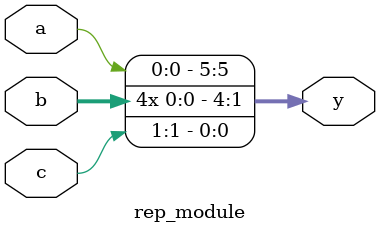
<source format=v>
module rep_module(
    input  wire       a,      
    input  wire [1:0] b,      
    input  wire [1:0] c,       
    output wire [5:0] y      
    );

assign y = { a, {4{ b[0] }}, c[1] };

endmodule


</source>
